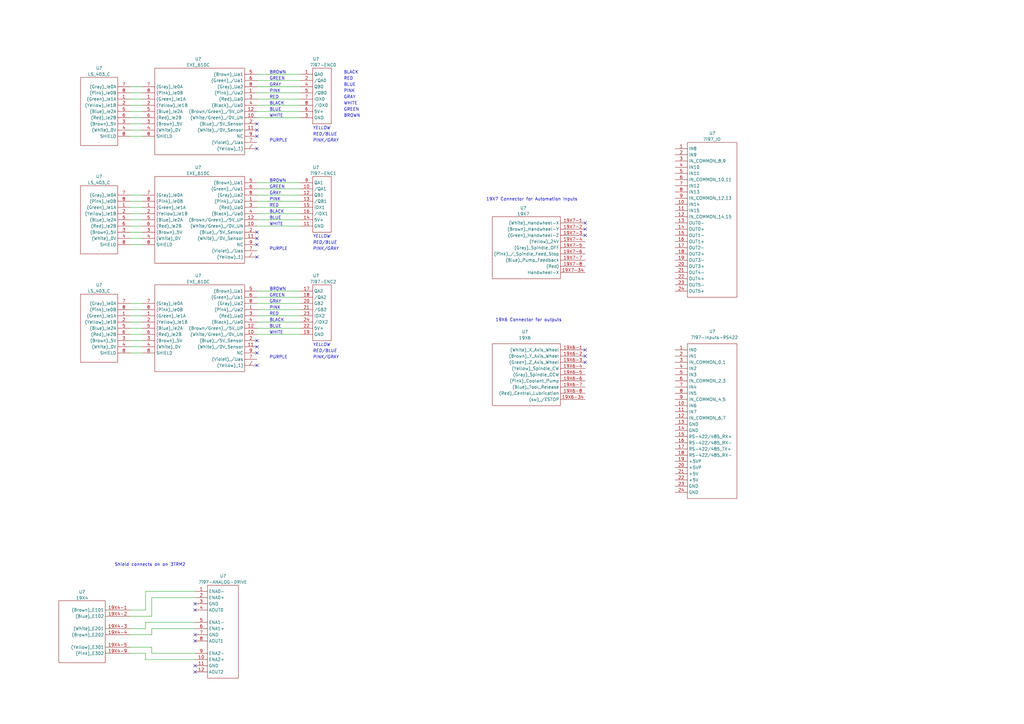
<source format=kicad_sch>
(kicad_sch (version 20230121) (generator eeschema)
  (paper "A3")
  (lib_symbols
    (symbol "EXE_610C_1"
      (property "Reference" "U" (at 0 -19.05 0))
      (property "Value" "EXE_610C_1" (at 0 19.05 0))
      (symbol "EXE_610C_1_0_1"
        (rectangle (start -10.16 -2.54) (end -10.16 -2.54) (stroke (width 0.1524)))
        (rectangle (start -10.16 -2.54) (end -10.16 -2.54) (stroke (width 0.1524)))
        (polyline (pts (xy -10.16 -2.54) (xy -10.16 -2.54)) (stroke (width 0.1524)))
        (rectangle (start 19.05 17.78) (end -17.78 -17.78) (stroke (width 0.1524)))
      )
      (symbol "EXE_610C_1_1_1"
        (pin passive line (at 24.13 -15.24 180) (length 5.08) (name "(Yellow)_1)") (number "/"))
        (pin passive line (at -22.86 5.08 0) (length 5.08) (name "(Green)_Ie1A") (number "1"))
        (pin passive line (at 24.13 7.62 180) (length 5.08) (name "(Pink)_/Ua2") (number "1"))
        (pin passive line (at 24.13 -2.54 180) (length 5.08) (name "(White/Green)_/0V_UN") (number "10"))
        (pin passive line (at 24.13 -7.62 180) (length 5.08) (name "(White)_/0V_Sensor") (number "11"))
        (pin passive line (at 24.13 0 180) (length 5.08) (name "(Brown/Green)_/5V_UP") (number "12"))
        (pin passive line (at 24.13 -5.08 180) (length 5.08) (name "(Blue)_/5V_Sensor") (number "2"))
        (pin passive line (at -22.86 2.54 0) (length 5.08) (name "(Yellow)_Ie1B") (number "2"))
        (pin passive line (at -22.86 -5.08 0) (length 5.08) (name "(Brown)_5V") (number "3"))
        (pin passive line (at 24.13 5.08 180) (length 5.08) (name "(Red)_Ua0") (number "3"))
        (pin passive line (at 24.13 2.54 180) (length 5.08) (name "(Black)_/Ua0") (number "4"))
        (pin passive line (at -22.86 -7.62 0) (length 5.08) (name "(White)_0V") (number "4"))
        (pin passive line (at -22.86 0 0) (length 5.08) (name "(Blue)_Ie2A") (number "5"))
        (pin passive line (at 24.13 15.24 180) (length 5.08) (name "(Brown)_Ua1") (number "5"))
        (pin passive line (at 24.13 12.7 180) (length 5.08) (name "(Green)_/Ua1") (number "6"))
        (pin passive line (at -22.86 -2.54 0) (length 5.08) (name "(Red)_Ie2B") (number "6"))
        (pin passive line (at -22.86 10.16 0) (length 5.08) (name "(Gray)_Ie0A") (number "7"))
        (pin passive line (at 24.13 -12.7 180) (length 5.08) (name "(Violet)_/Uas") (number "7"))
        (pin passive line (at 24.13 10.16 180) (length 5.08) (name "(Gray)_Ua2") (number "8"))
        (pin passive line (at -22.86 7.62 0) (length 5.08) (name "(Pink)_Ie0B") (number "8"))
        (pin passive line (at -22.86 -10.16 0) (length 5.08) (name "SHIELD") (number "8"))
        (pin passive line (at 24.13 -10.16 180) (length 5.08) (name "NC") (number "9"))
      )
    )
    (symbol "EXE_610C_2"
      (property "Reference" "U" (at 0 -19.05 0))
      (property "Value" "EXE_610C_2" (at 0 19.05 0))
      (symbol "EXE_610C_2_0_1"
        (rectangle (start -10.16 -2.54) (end -10.16 -2.54) (stroke (width 0.1524)))
        (rectangle (start -10.16 -2.54) (end -10.16 -2.54) (stroke (width 0.1524)))
        (polyline (pts (xy -10.16 -2.54) (xy -10.16 -2.54)) (stroke (width 0.1524)))
        (rectangle (start 19.05 17.78) (end -17.78 -17.78) (stroke (width 0.1524)))
      )
      (symbol "EXE_610C_2_1_1"
        (pin passive line (at 24.13 -15.24 180) (length 5.08) (name "(Yellow)_1)") (number "/"))
        (pin passive line (at -22.86 5.08 0) (length 5.08) (name "(Green)_Ie1A") (number "1"))
        (pin passive line (at 24.13 7.62 180) (length 5.08) (name "(Pink)_/Ua2") (number "1"))
        (pin passive line (at 24.13 -2.54 180) (length 5.08) (name "(White/Green)_/0V_UN") (number "10"))
        (pin passive line (at 24.13 -7.62 180) (length 5.08) (name "(White)_/0V_Sensor") (number "11"))
        (pin passive line (at 24.13 0 180) (length 5.08) (name "(Brown/Green)_/5V_UP") (number "12"))
        (pin passive line (at 24.13 -5.08 180) (length 5.08) (name "(Blue)_/5V_Sensor") (number "2"))
        (pin passive line (at -22.86 2.54 0) (length 5.08) (name "(Yellow)_Ie1B") (number "2"))
        (pin passive line (at -22.86 -5.08 0) (length 5.08) (name "(Brown)_5V") (number "3"))
        (pin passive line (at 24.13 5.08 180) (length 5.08) (name "(Red)_Ua0") (number "3"))
        (pin passive line (at 24.13 2.54 180) (length 5.08) (name "(Black)_/Ua0") (number "4"))
        (pin passive line (at -22.86 -7.62 0) (length 5.08) (name "(White)_0V") (number "4"))
        (pin passive line (at -22.86 0 0) (length 5.08) (name "(Blue)_Ie2A") (number "5"))
        (pin passive line (at 24.13 15.24 180) (length 5.08) (name "(Brown)_Ua1") (number "5"))
        (pin passive line (at 24.13 12.7 180) (length 5.08) (name "(Green)_/Ua1") (number "6"))
        (pin passive line (at -22.86 -2.54 0) (length 5.08) (name "(Red)_Ie2B") (number "6"))
        (pin passive line (at -22.86 10.16 0) (length 5.08) (name "(Gray)_Ie0A") (number "7"))
        (pin passive line (at 24.13 -12.7 180) (length 5.08) (name "(Violet)_/Uas") (number "7"))
        (pin passive line (at 24.13 10.16 180) (length 5.08) (name "(Gray)_Ua2") (number "8"))
        (pin passive line (at -22.86 7.62 0) (length 5.08) (name "(Pink)_Ie0B") (number "8"))
        (pin passive line (at -22.86 -10.16 0) (length 5.08) (name "SHIELD") (number "8"))
        (pin passive line (at 24.13 -10.16 180) (length 5.08) (name "NC") (number "9"))
      )
    )
    (symbol "LS_403_C_1"
      (property "Reference" "U" (at 0 -15.24 0))
      (property "Value" "LS_403_C_1" (at 0 15.24 0))
      (symbol "LS_403_C_1_0_1"
        (rectangle (start 0 -12.7) (end 0 -12.7) (stroke (width 0.1524)))
        (rectangle (start 0 -12.7) (end 0 -12.7) (stroke (width 0.1524)))
        (polyline (pts (xy 0 -12.7) (xy 0 -12.7)) (stroke (width 0.1524)))
        (rectangle (start 7.62 13.97) (end -7.62 -13.97) (stroke (width 0.1524)))
      )
      (symbol "LS_403_C_1_1_1"
        (pin passive line (at 12.7 5.08 180) (length 5.08) (name "(Green)_Ie1A") (number "1"))
        (pin passive line (at 12.7 2.54 180) (length 5.08) (name "(Yellow)_Ie1B") (number "2"))
        (pin passive line (at 12.7 -5.08 180) (length 5.08) (name "(Brown)_5V") (number "3"))
        (pin passive line (at 12.7 -7.62 180) (length 5.08) (name "(White)_0V") (number "4"))
        (pin passive line (at 12.7 0 180) (length 5.08) (name "(Blue)_Ie2A") (number "5"))
        (pin passive line (at 12.7 -2.54 180) (length 5.08) (name "(Red)_Ie2B") (number "6"))
        (pin passive line (at 12.7 10.16 180) (length 5.08) (name "(Gray)_Ie0A") (number "7"))
        (pin passive line (at 12.7 7.62 180) (length 5.08) (name "(Pink)_Ie0B") (number "8"))
        (pin passive line (at 12.7 -10.16 180) (length 5.08) (name "SHIELD") (number "8"))
      )
    )
    (symbol "LS_403_C_2"
      (property "Reference" "U" (at 0 -15.24 0))
      (property "Value" "LS_403_C_2" (at 0 15.24 0))
      (symbol "LS_403_C_2_0_1"
        (rectangle (start 0 -12.7) (end 0 -12.7) (stroke (width 0.1524)))
        (rectangle (start 0 -12.7) (end 0 -12.7) (stroke (width 0.1524)))
        (polyline (pts (xy 0 -12.7) (xy 0 -12.7)) (stroke (width 0.1524)))
        (rectangle (start 7.62 13.97) (end -7.62 -13.97) (stroke (width 0.1524)))
      )
      (symbol "LS_403_C_2_1_1"
        (pin passive line (at 12.7 5.08 180) (length 5.08) (name "(Green)_Ie1A") (number "1"))
        (pin passive line (at 12.7 2.54 180) (length 5.08) (name "(Yellow)_Ie1B") (number "2"))
        (pin passive line (at 12.7 -5.08 180) (length 5.08) (name "(Brown)_5V") (number "3"))
        (pin passive line (at 12.7 -7.62 180) (length 5.08) (name "(White)_0V") (number "4"))
        (pin passive line (at 12.7 0 180) (length 5.08) (name "(Blue)_Ie2A") (number "5"))
        (pin passive line (at 12.7 -2.54 180) (length 5.08) (name "(Red)_Ie2B") (number "6"))
        (pin passive line (at 12.7 10.16 180) (length 5.08) (name "(Gray)_Ie0A") (number "7"))
        (pin passive line (at 12.7 7.62 180) (length 5.08) (name "(Pink)_Ie0B") (number "8"))
        (pin passive line (at 12.7 -10.16 180) (length 5.08) (name "SHIELD") (number "8"))
      )
    )
    (symbol "MAHO:19X6"
      (property "Reference" "U" (at 1.27 -13.97 0))
      (property "Value" "19X6" (at 1.27 13.97 0))
      (symbol "19X6_0_1"
        (rectangle (start -13.97 12.7) (end 13.97 -12.7) (stroke (width 0.1524)))
      )
      (symbol "19X6_1_1"
        (pin passive line (at 24.13 10.16 180) (length 10.16) (name "(White)_X_Axis_Wheel") (number "19X6-1"))
        (pin passive line (at 24.13 7.62 180) (length 10.16) (name "(Brown)_Y_Axis_Wheel") (number "19X6-2"))
        (pin passive line (at 24.13 5.08 180) (length 10.16) (name "(Green)_Z_Axis_Wheel") (number "19X6-3"))
        (pin passive line (at 24.13 -10.16 180) (length 10.16) (name "(sw)_/ESTOP") (number "19X6-34"))
        (pin passive line (at 24.13 2.54 180) (length 10.16) (name "(Yellow)_Spindle_CW") (number "19X6-4"))
        (pin passive line (at 24.13 0 180) (length 10.16) (name "(Gray)_Spindle_CCW") (number "19X6-5"))
        (pin passive line (at 24.13 -2.54 180) (length 10.16) (name "(Pink)_Coolant_Pump") (number "19X6-6"))
        (pin passive line (at 24.13 -5.08 180) (length 10.16) (name "(Blue)_Tool_Release") (number "19X6-7"))
        (pin passive line (at 24.13 -7.62 180) (length 10.16) (name "(Red)_Central_Lubrication") (number "19X6-8"))
      )
    )
    (symbol "MAHO:19X7"
      (property "Reference" "U" (at 0 -13.97 0))
      (property "Value" "19X7" (at 0 13.97 0))
      (symbol "19X7_0_1"
        (rectangle (start -13.97 12.7) (end 13.97 -12.7) (stroke (width 0.1524)))
      )
      (symbol "19X7_1_1"
        (pin passive line (at 24.13 10.16 180) (length 10.16) (name "(White)_Handwheel-X") (number "19X7-1"))
        (pin passive line (at 24.13 7.62 180) (length 10.16) (name "(Brown)_Handwheel-Y") (number "19X7-2"))
        (pin passive line (at 24.13 5.08 180) (length 10.16) (name "(Green)_Handwheel-Z") (number "19X7-3"))
        (pin passive line (at 24.13 -10.16 180) (length 10.16) (name "Handwheel-X") (number "19X7-34"))
        (pin passive line (at 24.13 2.54 180) (length 10.16) (name "(Yellow)_24V") (number "19X7-4"))
        (pin passive line (at 24.13 0 180) (length 10.16) (name "(Gray)_Spindle_OFF") (number "19X7-5"))
        (pin passive line (at 24.13 -2.54 180) (length 10.16) (name "(Pink)_/_Spindle_Feed_Stop") (number "19X7-6"))
        (pin passive line (at 24.13 -5.08 180) (length 10.16) (name "(Blue)_Pump_Feedback") (number "19X7-7"))
        (pin passive line (at 24.13 -7.62 180) (length 10.16) (name "(Red)") (number "19X7-8"))
      )
    )
    (symbol "MAHO:19Χ4"
      (property "Reference" "U" (at 0 -15.24 0))
      (property "Value" "19Χ4" (at 0 12.7 0))
      (symbol "19Χ4_0_1"
        (rectangle (start 8.89 11.43) (end -10.16 -13.97) (stroke (width 0.1524)))
      )
      (symbol "19Χ4_1_1"
        (pin passive line (at 19.05 7.62 180) (length 10.16) (name "(Brown)_E101") (number "19Χ4-1"))
        (pin passive line (at 19.05 5.08 180) (length 10.16) (name "(Blue)_E102") (number "19Χ4-2"))
        (pin passive line (at 19.05 0 180) (length 10.16) (name "(White)_E201") (number "19Χ4-3"))
        (pin passive line (at 19.05 -2.54 180) (length 10.16) (name "(Brown)_E202") (number "19Χ4-4"))
        (pin passive line (at 19.05 -7.62 180) (length 10.16) (name "(Yellow)_E301") (number "19Χ4-5"))
        (pin passive line (at 19.05 -10.16 180) (length 10.16) (name "(Pink)_E302") (number "19Χ4-9"))
      )
    )
    (symbol "MAHO:7i97-ANALOG-DRIVE"
      (property "Reference" "U" (at 0 22.86 0))
      (property "Value" "7i97-ANALOG-DRIVE" (at 0.635 20.32 0))
      (symbol "7i97-ANALOG-DRIVE_0_1"
        (rectangle (start -6.35 19.05) (end 6.35 -19.05) (stroke (width 0.1524)))
      )
      (symbol "7i97-ANALOG-DRIVE_1_1"
        (pin passive line (at -11.43 16.51 0) (length 5.08) (name "ENA0-") (number "1"))
        (pin passive line (at -11.43 -11.43 0) (length 5.08) (name "ENA2+") (number "10"))
        (pin passive line (at -11.43 -13.97 0) (length 5.08) (name "GND") (number "11"))
        (pin passive line (at -11.43 -16.51 0) (length 5.08) (name "AOUT2") (number "12"))
        (pin passive line (at -11.43 13.97 0) (length 5.08) (name "ENA0+") (number "2"))
        (pin passive line (at -11.43 11.43 0) (length 5.08) (name "GND") (number "3"))
        (pin passive line (at -11.43 8.89 0) (length 5.08) (name "AOUT0") (number "4"))
        (pin passive line (at -11.43 3.81 0) (length 5.08) (name "ENA1-") (number "5"))
        (pin passive line (at -11.43 1.27 0) (length 5.08) (name "ENA1+") (number "6"))
        (pin passive line (at -11.43 -1.27 0) (length 5.08) (name "GND") (number "7"))
        (pin passive line (at -11.43 -3.81 0) (length 5.08) (name "AOUT1") (number "8"))
        (pin passive line (at -11.43 -8.89 0) (length 5.08) (name "ENA2-") (number "9"))
      )
    )
    (symbol "MAHO:7i97-ENC0"
      (property "Reference" "U" (at 0 15.24 0))
      (property "Value" "7i97-ENC0" (at 0 12.7 0))
      (symbol "7i97-ENC0_0_1"
        (rectangle (start -3.81 11.43) (end 3.81 -11.43) (stroke (width 0.1524)))
      )
      (symbol "7i97-ENC0_1_1"
        (pin passive line (at -8.89 8.89 0) (length 5.08) (name "QA0") (number "1"))
        (pin passive line (at -8.89 6.35 0) (length 5.08) (name "/QA0") (number "2"))
        (pin passive line (at -8.89 -8.89 0) (length 5.08) (name "GND") (number "3"))
        (pin passive line (at -8.89 3.81 0) (length 5.08) (name "QB0") (number "4"))
        (pin passive line (at -8.89 1.27 0) (length 5.08) (name "/QB0") (number "5"))
        (pin passive line (at -8.89 -6.35 0) (length 5.08) (name "5V+") (number "6"))
        (pin passive line (at -8.89 -1.27 0) (length 5.08) (name "IDX0") (number "7"))
        (pin passive line (at -8.89 -3.81 0) (length 5.08) (name "/IDX0") (number "8"))
      )
    )
    (symbol "MAHO:7i97-ENC1"
      (property "Reference" "U" (at 0 13.97 0))
      (property "Value" "7i97-ENC1" (at 0 12.7 0))
      (symbol "7i97-ENC1_0_1"
        (rectangle (start -3.81 11.43) (end 3.81 -11.43) (stroke (width 0.1524)))
      )
      (symbol "7i97-ENC1_1_1"
        (pin passive line (at -8.89 6.35 0) (length 5.08) (name "/QA1") (number "10"))
        (pin passive line (at -8.89 -8.89 0) (length 5.08) (name "GND") (number "11"))
        (pin passive line (at -8.89 3.81 0) (length 5.08) (name "QB1") (number "12"))
        (pin passive line (at -8.89 1.27 0) (length 5.08) (name "/QB1") (number "13"))
        (pin passive line (at -8.89 -6.35 0) (length 5.08) (name "5V+") (number "14"))
        (pin passive line (at -8.89 -1.27 0) (length 5.08) (name "IDX1") (number "15"))
        (pin passive line (at -8.89 -3.81 0) (length 5.08) (name "/IDX1") (number "16"))
        (pin passive line (at -8.89 8.89 0) (length 5.08) (name "QA1") (number "9"))
      )
    )
    (symbol "MAHO:7i97-ENC2"
      (property "Reference" "U" (at 0 15.24 0))
      (property "Value" "7i97-ENC2" (at 0 12.7 0))
      (symbol "7i97-ENC2_0_1"
        (rectangle (start -3.81 11.43) (end 3.81 -11.43) (stroke (width 0.1524)))
      )
      (symbol "7i97-ENC2_1_1"
        (pin passive line (at -8.89 8.89 0) (length 5.08) (name "QA2") (number "17"))
        (pin passive line (at -8.89 6.35 0) (length 5.08) (name "/QA2") (number "18"))
        (pin passive line (at -8.89 -8.89 0) (length 5.08) (name "GND") (number "19"))
        (pin passive line (at -8.89 3.81 0) (length 5.08) (name "GB2") (number "20"))
        (pin passive line (at -8.89 1.27 0) (length 5.08) (name "/GB2") (number "21"))
        (pin passive line (at -8.89 -6.35 0) (length 5.08) (name "5V+") (number "22"))
        (pin passive line (at -8.89 -1.27 0) (length 5.08) (name "IDX2") (number "23"))
        (pin passive line (at -8.89 -3.81 0) (length 5.08) (name "/IDX2") (number "24"))
      )
    )
    (symbol "MAHO:7i97-Inputs-RS422"
      (property "Reference" "U" (at 0 35.56 0))
      (property "Value" "7i97-Inputs-RS422" (at 0 33.02 0))
      (symbol "7i97-Inputs-RS422_0_1"
        (rectangle (start -10.16 30.48) (end 10.16 -33.02) (stroke (width 0.1524)))
      )
      (symbol "7i97-Inputs-RS422_1_1"
        (pin passive line (at -15.24 27.94 0) (length 5.08) (name "IN0") (number "1"))
        (pin passive line (at -15.24 5.08 0) (length 5.08) (name "IN6") (number "10"))
        (pin passive line (at -15.24 2.54 0) (length 5.08) (name "IN7") (number "11"))
        (pin passive line (at -15.24 0 0) (length 5.08) (name "IN_COMMON_6,7") (number "12"))
        (pin passive line (at -15.24 -2.54 0) (length 5.08) (name "GND") (number "13"))
        (pin passive line (at -15.24 -5.08 0) (length 5.08) (name "GND") (number "14"))
        (pin passive line (at -15.24 -7.62 0) (length 5.08) (name "RS-422/485_RX+") (number "15"))
        (pin passive line (at -15.24 -10.16 0) (length 5.08) (name "RS-422/485_RX-") (number "16"))
        (pin passive line (at -15.24 -12.7 0) (length 5.08) (name "RS-422/485_TX+") (number "17"))
        (pin passive line (at -15.24 -15.24 0) (length 5.08) (name "RS-422/485_RX-") (number "18"))
        (pin passive line (at -15.24 -17.78 0) (length 5.08) (name "+5VP") (number "19"))
        (pin passive line (at -15.24 25.4 0) (length 5.08) (name "IN1") (number "2"))
        (pin passive line (at -15.24 -20.32 0) (length 5.08) (name "+5VP") (number "20"))
        (pin passive line (at -15.24 -22.86 0) (length 5.08) (name "+5V") (number "21"))
        (pin passive line (at -15.24 -25.4 0) (length 5.08) (name "+5V") (number "22"))
        (pin passive line (at -15.24 -27.94 0) (length 5.08) (name "GND") (number "23"))
        (pin passive line (at -15.24 -30.48 0) (length 5.08) (name "GND") (number "24"))
        (pin passive line (at -15.24 22.86 0) (length 5.08) (name "IN_COMMON_0,1") (number "3"))
        (pin passive line (at -15.24 20.32 0) (length 5.08) (name "IN2") (number "4"))
        (pin passive line (at -15.24 17.78 0) (length 5.08) (name "IN3") (number "5"))
        (pin passive line (at -15.24 15.24 0) (length 5.08) (name "IN_COMMON_2,3") (number "6"))
        (pin passive line (at -15.24 12.7 0) (length 5.08) (name "IN4") (number "7"))
        (pin passive line (at -15.24 10.16 0) (length 5.08) (name "IN5") (number "8"))
        (pin passive line (at -15.24 7.62 0) (length 5.08) (name "IN_COMMON_4,5") (number "9"))
      )
    )
    (symbol "MAHO:7i97_IO"
      (property "Reference" "U" (at 0 35.56 0))
      (property "Value" "7i97_IO" (at 0 33.02 0))
      (symbol "7i97_IO_0_1"
        (rectangle (start -10.16 30.48) (end 10.16 -33.02) (stroke (width 0.1524)))
      )
      (symbol "7i97_IO_1_1"
        (pin passive line (at -15.24 27.94 0) (length 5.08) (name "IN8") (number "1"))
        (pin passive line (at -15.24 5.08 0) (length 5.08) (name "IN14") (number "10"))
        (pin passive line (at -15.24 2.54 0) (length 5.08) (name "IN15") (number "11"))
        (pin passive line (at -15.24 0 0) (length 5.08) (name "IN_COMMON_14,15") (number "12"))
        (pin passive line (at -15.24 -2.54 0) (length 5.08) (name "OUT0-") (number "13"))
        (pin passive line (at -15.24 -5.08 0) (length 5.08) (name "OUT0+") (number "14"))
        (pin passive line (at -15.24 -7.62 0) (length 5.08) (name "OUT1-") (number "15"))
        (pin passive line (at -15.24 -10.16 0) (length 5.08) (name "OUT1+") (number "16"))
        (pin passive line (at -15.24 -12.7 0) (length 5.08) (name "OUT2-") (number "17"))
        (pin passive line (at -15.24 -15.24 0) (length 5.08) (name "OUT2+") (number "18"))
        (pin passive line (at -15.24 -17.78 0) (length 5.08) (name "OUT3-") (number "19"))
        (pin passive line (at -15.24 25.4 0) (length 5.08) (name "IN9") (number "2"))
        (pin passive line (at -15.24 -20.32 0) (length 5.08) (name "OUT3+") (number "20"))
        (pin passive line (at -15.24 -22.86 0) (length 5.08) (name "OUT4-") (number "21"))
        (pin passive line (at -15.24 -25.4 0) (length 5.08) (name "OUT4+") (number "22"))
        (pin passive line (at -15.24 -27.94 0) (length 5.08) (name "OUT5-") (number "23"))
        (pin passive line (at -15.24 -30.48 0) (length 5.08) (name "OUT5+") (number "24"))
        (pin passive line (at -15.24 22.86 0) (length 5.08) (name "IN_COMMON_8,9") (number "3"))
        (pin passive line (at -15.24 20.32 0) (length 5.08) (name "IN10") (number "4"))
        (pin passive line (at -15.24 17.78 0) (length 5.08) (name "IN11") (number "5"))
        (pin passive line (at -15.24 15.24 0) (length 5.08) (name "IN_COMMON_10,11") (number "6"))
        (pin passive line (at -15.24 12.7 0) (length 5.08) (name "IN12") (number "7"))
        (pin passive line (at -15.24 10.16 0) (length 5.08) (name "IN13") (number "8"))
        (pin passive line (at -15.24 7.62 0) (length 5.08) (name "IN_COMMON_12,13") (number "9"))
      )
    )
    (symbol "MAHO:EXE_610C"
      (property "Reference" "U" (at 0 -19.05 0))
      (property "Value" "EXE_610C" (at 0 19.05 0))
      (symbol "EXE_610C_0_1"
        (rectangle (start -10.16 -2.54) (end -10.16 -2.54) (stroke (width 0.1524)))
        (rectangle (start -10.16 -2.54) (end -10.16 -2.54) (stroke (width 0.1524)))
        (polyline (pts (xy -10.16 -2.54) (xy -10.16 -2.54)) (stroke (width 0.1524)))
        (rectangle (start 19.05 17.78) (end -17.78 -17.78) (stroke (width 0.1524)))
      )
      (symbol "EXE_610C_1_1"
        (pin passive line (at 24.13 -15.24 180) (length 5.08) (name "(Yellow)_1)") (number "/"))
        (pin passive line (at -22.86 5.08 0) (length 5.08) (name "(Green)_Ie1A") (number "1"))
        (pin passive line (at 24.13 7.62 180) (length 5.08) (name "(Pink)_/Ua2") (number "1"))
        (pin passive line (at 24.13 -2.54 180) (length 5.08) (name "(White/Green)_/0V_UN") (number "10"))
        (pin passive line (at 24.13 -7.62 180) (length 5.08) (name "(White)_/0V_Sensor") (number "11"))
        (pin passive line (at 24.13 0 180) (length 5.08) (name "(Brown/Green)_/5V_UP") (number "12"))
        (pin passive line (at 24.13 -5.08 180) (length 5.08) (name "(Blue)_/5V_Sensor") (number "2"))
        (pin passive line (at -22.86 2.54 0) (length 5.08) (name "(Yellow)_Ie1B") (number "2"))
        (pin passive line (at -22.86 -5.08 0) (length 5.08) (name "(Brown)_5V") (number "3"))
        (pin passive line (at 24.13 5.08 180) (length 5.08) (name "(Red)_Ua0") (number "3"))
        (pin passive line (at 24.13 2.54 180) (length 5.08) (name "(Black)_/Ua0") (number "4"))
        (pin passive line (at -22.86 -7.62 0) (length 5.08) (name "(White)_0V") (number "4"))
        (pin passive line (at -22.86 0 0) (length 5.08) (name "(Blue)_Ie2A") (number "5"))
        (pin passive line (at 24.13 15.24 180) (length 5.08) (name "(Brown)_Ua1") (number "5"))
        (pin passive line (at 24.13 12.7 180) (length 5.08) (name "(Green)_/Ua1") (number "6"))
        (pin passive line (at -22.86 -2.54 0) (length 5.08) (name "(Red)_Ie2B") (number "6"))
        (pin passive line (at -22.86 10.16 0) (length 5.08) (name "(Gray)_Ie0A") (number "7"))
        (pin passive line (at 24.13 -12.7 180) (length 5.08) (name "(Violet)_/Uas") (number "7"))
        (pin passive line (at 24.13 10.16 180) (length 5.08) (name "(Gray)_Ua2") (number "8"))
        (pin passive line (at -22.86 7.62 0) (length 5.08) (name "(Pink)_Ie0B") (number "8"))
        (pin passive line (at -22.86 -10.16 0) (length 5.08) (name "SHIELD") (number "8"))
        (pin passive line (at 24.13 -10.16 180) (length 5.08) (name "NC") (number "9"))
      )
    )
    (symbol "MAHO:LS_403_C"
      (property "Reference" "U" (at 0 -15.24 0))
      (property "Value" "LS_403_C" (at 0 15.24 0))
      (symbol "LS_403_C_0_1"
        (rectangle (start 0 -12.7) (end 0 -12.7) (stroke (width 0.1524)))
        (rectangle (start 0 -12.7) (end 0 -12.7) (stroke (width 0.1524)))
        (polyline (pts (xy 0 -12.7) (xy 0 -12.7)) (stroke (width 0.1524)))
        (rectangle (start 7.62 13.97) (end -7.62 -13.97) (stroke (width 0.1524)))
      )
      (symbol "LS_403_C_1_1"
        (pin passive line (at 12.7 5.08 180) (length 5.08) (name "(Green)_Ie1A") (number "1"))
        (pin passive line (at 12.7 2.54 180) (length 5.08) (name "(Yellow)_Ie1B") (number "2"))
        (pin passive line (at 12.7 -5.08 180) (length 5.08) (name "(Brown)_5V") (number "3"))
        (pin passive line (at 12.7 -7.62 180) (length 5.08) (name "(White)_0V") (number "4"))
        (pin passive line (at 12.7 0 180) (length 5.08) (name "(Blue)_Ie2A") (number "5"))
        (pin passive line (at 12.7 -2.54 180) (length 5.08) (name "(Red)_Ie2B") (number "6"))
        (pin passive line (at 12.7 10.16 180) (length 5.08) (name "(Gray)_Ie0A") (number "7"))
        (pin passive line (at 12.7 7.62 180) (length 5.08) (name "(Pink)_Ie0B") (number "8"))
        (pin passive line (at 12.7 -10.16 180) (length 5.08) (name "SHIELD") (number "8"))
      )
    )
  )
  (no_connect (at 105.41 95.25))
  (no_connect (at 105.41 97.79))
  (no_connect (at 105.41 100.33))
  (no_connect (at 105.41 139.7))
  (no_connect (at 105.41 142.24))
  (no_connect (at 105.41 144.78))
  (no_connect (at 240.03 93.98))
  (no_connect (at 240.03 148.59))
  (no_connect (at 240.03 143.51))
  (no_connect (at 105.41 105.41))
  (no_connect (at 105.41 60.96))
  (no_connect (at 105.41 149.86))
  (no_connect (at 240.03 96.52))
  (no_connect (at 240.03 146.05))
  (no_connect (at 80.01 275.59))
  (no_connect (at 80.01 247.65))
  (no_connect (at 80.01 250.19))
  (no_connect (at 80.01 260.35))
  (no_connect (at 80.01 262.89))
  (no_connect (at 80.01 273.05))
  (no_connect (at 240.03 91.44))
  (no_connect (at 105.41 50.8))
  (no_connect (at 105.41 53.34))
  (no_connect (at 105.41 55.88))
  (wire (pts (xy 105.41 30.48) (xy 123.19 30.48)))
  (wire (pts (xy 105.41 82.55) (xy 123.19 82.55)))
  (wire (pts (xy 105.41 137.16) (xy 123.19 137.16)))
  (wire (pts (xy 53.34 80.01) (xy 58.42 80.01)))
  (wire (pts (xy 105.41 40.64) (xy 123.19 40.64)))
  (wire (pts (xy 105.41 85.09) (xy 123.19 85.09)))
  (wire (pts (xy 53.34 45.72) (xy 58.42 45.72)))
  (wire (pts (xy 53.34 48.26) (xy 58.42 48.26)))
  (wire (pts (xy 105.41 132.08) (xy 123.19 132.08)))
  (wire (pts (xy 53.34 90.17) (xy 58.42 90.17)))
  (wire (pts (xy 59.69 250.19) (xy 59.69 242.57)))
  (wire (pts (xy 105.41 87.63) (xy 123.19 87.63)))
  (wire (pts (xy 53.34 127) (xy 58.42 127)))
  (wire (pts (xy 105.41 38.1) (xy 123.19 38.1)))
  (wire (pts (xy 53.34 260.35) (xy 62.23 260.35)))
  (wire (pts (xy 53.34 129.54) (xy 58.42 129.54)))
  (wire (pts (xy 53.34 139.7) (xy 58.42 139.7)))
  (wire (pts (xy 53.34 87.63) (xy 58.42 87.63)))
  (wire (pts (xy 53.34 252.73) (xy 62.23 252.73)))
  (wire (pts (xy 105.41 119.38) (xy 123.19 119.38)))
  (wire (pts (xy 53.34 53.34) (xy 58.42 53.34)))
  (wire (pts (xy 53.34 50.8) (xy 58.42 50.8)))
  (wire (pts (xy 53.34 142.24) (xy 58.42 142.24)))
  (wire (pts (xy 53.34 100.33) (xy 58.42 100.33)))
  (wire (pts (xy 53.34 82.55) (xy 58.42 82.55)))
  (wire (pts (xy 105.41 45.72) (xy 123.19 45.72)))
  (wire (pts (xy 59.69 242.57) (xy 80.01 242.57)))
  (wire (pts (xy 105.41 124.46) (xy 123.19 124.46)))
  (wire (pts (xy 53.34 40.64) (xy 58.42 40.64)))
  (wire (pts (xy 53.34 85.09) (xy 58.42 85.09)))
  (wire (pts (xy 59.69 267.97) (xy 59.69 270.51)))
  (wire (pts (xy 53.34 144.78) (xy 58.42 144.78)))
  (wire (pts (xy 53.34 38.1) (xy 58.42 38.1)))
  (wire (pts (xy 53.34 265.43) (xy 62.23 265.43)))
  (wire (pts (xy 53.34 97.79) (xy 58.42 97.79)))
  (wire (pts (xy 62.23 257.81) (xy 62.23 260.35)))
  (wire (pts (xy 105.41 80.01) (xy 123.19 80.01)))
  (wire (pts (xy 53.34 267.97) (xy 59.69 267.97)))
  (wire (pts (xy 62.23 252.73) (xy 62.23 245.11)))
  (wire (pts (xy 62.23 257.81) (xy 80.01 257.81)))
  (wire (pts (xy 59.69 270.51) (xy 80.01 270.51)))
  (wire (pts (xy 53.34 132.08) (xy 58.42 132.08)))
  (wire (pts (xy 59.69 257.81) (xy 59.69 255.27)))
  (wire (pts (xy 53.34 257.81) (xy 59.69 257.81)))
  (wire (pts (xy 53.34 35.56) (xy 58.42 35.56)))
  (wire (pts (xy 53.34 43.18) (xy 58.42 43.18)))
  (wire (pts (xy 53.34 250.19) (xy 59.69 250.19)))
  (wire (pts (xy 105.41 129.54) (xy 123.19 129.54)))
  (wire (pts (xy 105.41 77.47) (xy 123.19 77.47)))
  (wire (pts (xy 105.41 134.62) (xy 123.19 134.62)))
  (wire (pts (xy 53.34 137.16) (xy 58.42 137.16)))
  (wire (pts (xy 105.41 43.18) (xy 123.19 43.18)))
  (wire (pts (xy 105.41 48.26) (xy 123.19 48.26)))
  (wire (pts (xy 105.41 33.02) (xy 123.19 33.02)))
  (wire (pts (xy 105.41 35.56) (xy 123.19 35.56)))
  (wire (pts (xy 53.34 95.25) (xy 58.42 95.25)))
  (wire (pts (xy 105.41 127) (xy 123.19 127)))
  (wire (pts (xy 105.41 92.71) (xy 123.19 92.71)))
  (wire (pts (xy 53.34 55.88) (xy 58.42 55.88)))
  (wire (pts (xy 62.23 245.11) (xy 80.01 245.11)))
  (wire (pts (xy 62.23 265.43) (xy 62.23 267.97)))
  (wire (pts (xy 59.69 255.27) (xy 80.01 255.27)))
  (wire (pts (xy 105.41 74.93) (xy 123.19 74.93)))
  (wire (pts (xy 53.34 134.62) (xy 58.42 134.62)))
  (wire (pts (xy 53.34 92.71) (xy 58.42 92.71)))
  (wire (pts (xy 105.41 121.92) (xy 123.19 121.92)))
  (wire (pts (xy 105.41 90.17) (xy 123.19 90.17)))
  (wire (pts (xy 62.23 267.97) (xy 80.01 267.97)))
  (wire (pts (xy 53.34 124.46) (xy 58.42 124.46)))
  (text "WHITE" (at 110.49 48.26 0) (effects (font (size 1.27 1.27)) (justify left bottom)))
  (text "PURPLE" (at 110.49 102.87 0) (effects (font (size 1.27 1.27)) (justify left bottom)))
  (text "GRAY" (at 110.49 35.56 0) (effects (font (size 1.27 1.27)) (justify left bottom)))
  (text "BLUE" (at 110.49 45.72 0) (effects (font (size 1.27 1.27)) (justify left bottom)))
  (text "WHITE" (at 110.49 92.71 0) (effects (font (size 1.27 1.27)) (justify left bottom)))
  (text "RED" (at 140.97 33.02 0) (effects (font (size 1.27 1.27)) (justify left bottom)))
  (text "BLACK" (at 140.97 30.48 0) (effects (font (size 1.27 1.27)) (justify left bottom)))
  (text "BROWN" (at 140.97 48.26 0) (effects (font (size 1.27 1.27)) (justify left bottom)))
  (text "RED" (at 110.49 129.54 0) (effects (font (size 1.27 1.27)) (justify left bottom)))
  (text "PINK/GRAY" (at 128.27 147.32 0) (effects (font (size 1.27 1.27) italic) (justify left bottom)))
  (text "YELLOW" (at 128.27 97.79 0) (effects (font (size 1.27 1.27) italic) (justify left bottom)))
  (text "BLUE" (at 110.49 134.62 0) (effects (font (size 1.27 1.27)) (justify left bottom)))
  (text "PINK/GRAY" (at 128.27 58.42 0) (effects (font (size 1.27 1.27) italic) (justify left bottom)))
  (text "BLACK" (at 110.49 132.08 0) (effects (font (size 1.27 1.27)) (justify left bottom)))
  (text "19X7 Connector for Automation Inputs" (at 199.39 82.55 0) (effects (font (size 1.27 1.27)) (justify left bottom)))
  (text "RED/BLUE" (at 128.27 100.33 0) (effects (font (size 1.27 1.27) italic) (justify left bottom)))
  (text "PINK/GRAY" (at 128.27 102.87 0) (effects (font (size 1.27 1.27) italic) (justify left bottom)))
  (text "GREEN" (at 110.49 121.92 0) (effects (font (size 1.27 1.27)) (justify left bottom)))
  (text "GRAY" (at 110.49 80.01 0) (effects (font (size 1.27 1.27)) (justify left bottom)))
  (text "BLUE" (at 110.49 90.17 0) (effects (font (size 1.27 1.27)) (justify left bottom)))
  (text "GREEN" (at 140.97 45.72 0) (effects (font (size 1.27 1.27)) (justify left bottom)))
  (text "BROWN" (at 110.49 30.48 0) (effects (font (size 1.27 1.27)) (justify left bottom)))
  (text "PURPLE" (at 110.49 58.42 0) (effects (font (size 1.27 1.27)) (justify left bottom)))
  (text "WHITE" (at 140.97 43.18 0) (effects (font (size 1.27 1.27)) (justify left bottom)))
  (text "19X6 Connector for outputs" (at 203.2 132.08 0) (effects (font (size 1.27 1.27)) (justify left bottom)))
  (text "WHITE" (at 110.49 137.16 0) (effects (font (size 1.27 1.27)) (justify left bottom)))
  (text "GREEN" (at 110.49 33.02 0) (effects (font (size 1.27 1.27)) (justify left bottom)))
  (text "BLACK" (at 110.49 43.18 0) (effects (font (size 1.27 1.27)) (justify left bottom)))
  (text "GRAY" (at 110.49 124.46 0) (effects (font (size 1.27 1.27)) (justify left bottom)))
  (text "BROWN" (at 110.49 119.38 0) (effects (font (size 1.27 1.27)) (justify left bottom)))
  (text "PINK" (at 110.49 82.55 0) (effects (font (size 1.27 1.27)) (justify left bottom)))
  (text "PINK" (at 110.49 127 0) (effects (font (size 1.27 1.27)) (justify left bottom)))
  (text "BLUE" (at 140.97 35.56 0) (effects (font (size 1.27 1.27)) (justify left bottom)))
  (text "PINK" (at 140.97 38.1 0) (effects (font (size 1.27 1.27)) (justify left bottom)))
  (text "RED" (at 110.49 85.09 0) (effects (font (size 1.27 1.27)) (justify left bottom)))
  (text "PINK" (at 110.49 38.1 0) (effects (font (size 1.27 1.27)) (justify left bottom)))
  (text "YELLOW" (at 128.27 142.24 0) (effects (font (size 1.27 1.27) italic) (justify left bottom)))
  (text "GRAY" (at 140.97 40.64 0) (effects (font (size 1.27 1.27)) (justify left bottom)))
  (text "RED" (at 110.49 40.64 0) (effects (font (size 1.27 1.27)) (justify left bottom)))
  (text "YELLOW" (at 128.27 53.34 0) (effects (font (size 1.27 1.27) italic) (justify left bottom)))
  (text "RED/BLUE" (at 128.27 55.88 0) (effects (font (size 1.27 1.27) italic) (justify left bottom)))
  (text "RED/BLUE" (at 128.27 144.78 0) (effects (font (size 1.27 1.27) italic) (justify left bottom)))
  (text "Shield connects on on 3TRM2" (at 46.99 232.41 0) (effects (font (size 1.27 1.27)) (justify left bottom)))
  (text "PURPLE" (at 110.49 147.32 0) (effects (font (size 1.27 1.27)) (justify left bottom)))
  (text "BROWN" (at 110.49 74.93 0) (effects (font (size 1.27 1.27)) (justify left bottom)))
  (text "GREEN" (at 110.49 77.47 0) (effects (font (size 1.27 1.27)) (justify left bottom)))
  (text "BLACK" (at 110.49 87.63 0) (effects (font (size 1.27 1.27)) (justify left bottom)))
  (symbol (lib_id "MAHO:7i97-ENC1") (at 132.08 83.82 0) (unit 1)
    (property "Reference" "U?" (at 128.27 68.58 0) (effects (justify left)))
    (property "Value" "7i97-ENC1" (at 127 71.12 0) (effects (justify left)))
  )
  (symbol (lib_id "MAHO:19X7") (at 215.9 101.6 0) (unit 1)
    (property "Reference" "U?" (at 214.63 85.251 0))
    (property "Value" "19X7" (at 214.63 87.7879 0))
  )
  (symbol (lib_name "EXE_610C_2") (lib_id "MAHO:EXE_610C") (at 81.28 90.17 0) (unit 1)
    (property "Reference" "U?" (at 81.28 68.58 0))
    (property "Value" "EXE_610C" (at 81.28 71.12 0))
  )
  (symbol (lib_id "MAHO:7i97_IO") (at 292.1 88.9 0) (unit 1)
    (property "Reference" "U?" (at 290.83 54.61 0) (effects (justify left)))
    (property "Value" "7i97_IO" (at 288.29 57.15 0) (effects (justify left)))
  )
  (symbol (lib_name "LS_403_C_1") (lib_id "MAHO:LS_403_C") (at 40.64 45.72 0) (unit 1)
    (property "Reference" "U?" (at 40.64 27.94 0))
    (property "Value" "LS_403_C" (at 40.64 30.48 0))
  )
  (symbol (lib_id "MAHO:19Χ4") (at 34.29 257.81 0) (unit 1)
    (property "Reference" "U?" (at 33.655 242.731 0))
    (property "Value" "19Χ4" (at 33.655 245.2679 0))
  )
  (symbol (lib_id "MAHO:7i97-Inputs-RS422") (at 292.1 171.45 0) (unit 1)
    (property "Reference" "U?" (at 290.83 135.89 0) (effects (justify left)))
    (property "Value" "7i97-Inputs-RS422" (at 283.21 138.43 0) (effects (justify left)))
  )
  (symbol (lib_id "MAHO:7i97-ENC0") (at 132.08 39.37 0) (unit 1)
    (property "Reference" "U?" (at 128.27 24.13 0) (effects (justify left)))
    (property "Value" "7i97-ENC0" (at 127 26.67 0) (effects (justify left)))
  )
  (symbol (lib_id "MAHO:LS_403_C") (at 40.64 134.62 0) (unit 1)
    (property "Reference" "U?" (at 40.64 116.84 0))
    (property "Value" "LS_403_C" (at 40.64 119.38 0))
  )
  (symbol (lib_id "MAHO:19X6") (at 215.9 153.67 0) (unit 1)
    (property "Reference" "U?" (at 215.265 136.051 0))
    (property "Value" "19X6" (at 215.265 138.5879 0))
  )
  (symbol (lib_id "MAHO:7i97-ENC2") (at 132.08 128.27 0) (unit 1)
    (property "Reference" "U?" (at 128.27 113.03 0) (effects (justify left)))
    (property "Value" "7i97-ENC2" (at 127 115.57 0) (effects (justify left)))
  )
  (symbol (lib_name "LS_403_C_2") (lib_id "MAHO:LS_403_C") (at 40.64 90.17 0) (unit 1)
    (property "Reference" "U?" (at 40.64 72.39 0))
    (property "Value" "LS_403_C" (at 40.64 74.93 0))
  )
  (symbol (lib_id "MAHO:7i97-ANALOG-DRIVE") (at 91.44 259.08 0) (unit 1)
    (property "Reference" "U?" (at 90.17 236.22 0) (effects (justify left)))
    (property "Value" "7i97-ANALOG-DRIVE" (at 81.28 238.76 0) (effects (justify left)))
  )
  (symbol (lib_name "EXE_610C_1") (lib_id "MAHO:EXE_610C") (at 81.28 45.72 0) (unit 1)
    (property "Reference" "U?" (at 81.28 24.13 0))
    (property "Value" "EXE_610C" (at 81.28 26.67 0))
  )
  (symbol (lib_id "MAHO:EXE_610C") (at 81.28 134.62 0) (unit 1)
    (property "Reference" "U?" (at 81.28 113.03 0))
    (property "Value" "EXE_610C" (at 81.28 115.57 0))
  )
)
</source>
